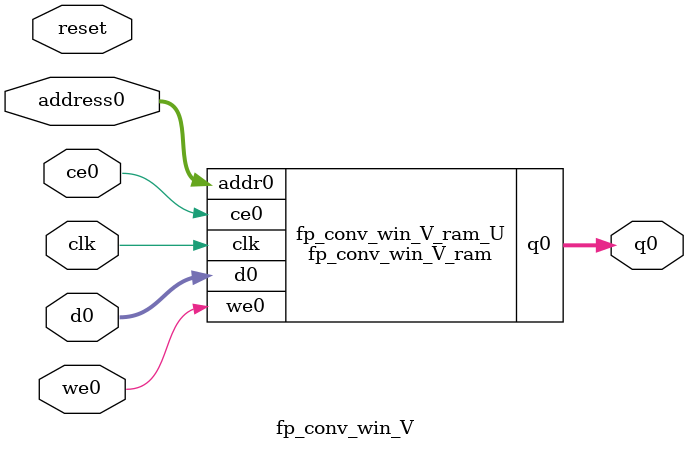
<source format=v>
`timescale 1 ns / 1 ps
module fp_conv_win_V_ram (addr0, ce0, d0, we0, q0,  clk);

parameter DWIDTH = 20;
parameter AWIDTH = 5;
parameter MEM_SIZE = 27;

input[AWIDTH-1:0] addr0;
input ce0;
input[DWIDTH-1:0] d0;
input we0;
output reg[DWIDTH-1:0] q0;
input clk;

(* ram_style = "distributed" *)reg [DWIDTH-1:0] ram[0:MEM_SIZE-1];




always @(posedge clk)  
begin 
    if (ce0) 
    begin
        if (we0) 
        begin 
            ram[addr0] <= d0; 
        end 
        q0 <= ram[addr0];
    end
end


endmodule

`timescale 1 ns / 1 ps
module fp_conv_win_V(
    reset,
    clk,
    address0,
    ce0,
    we0,
    d0,
    q0);

parameter DataWidth = 32'd20;
parameter AddressRange = 32'd27;
parameter AddressWidth = 32'd5;
input reset;
input clk;
input[AddressWidth - 1:0] address0;
input ce0;
input we0;
input[DataWidth - 1:0] d0;
output[DataWidth - 1:0] q0;



fp_conv_win_V_ram fp_conv_win_V_ram_U(
    .clk( clk ),
    .addr0( address0 ),
    .ce0( ce0 ),
    .we0( we0 ),
    .d0( d0 ),
    .q0( q0 ));

endmodule


</source>
